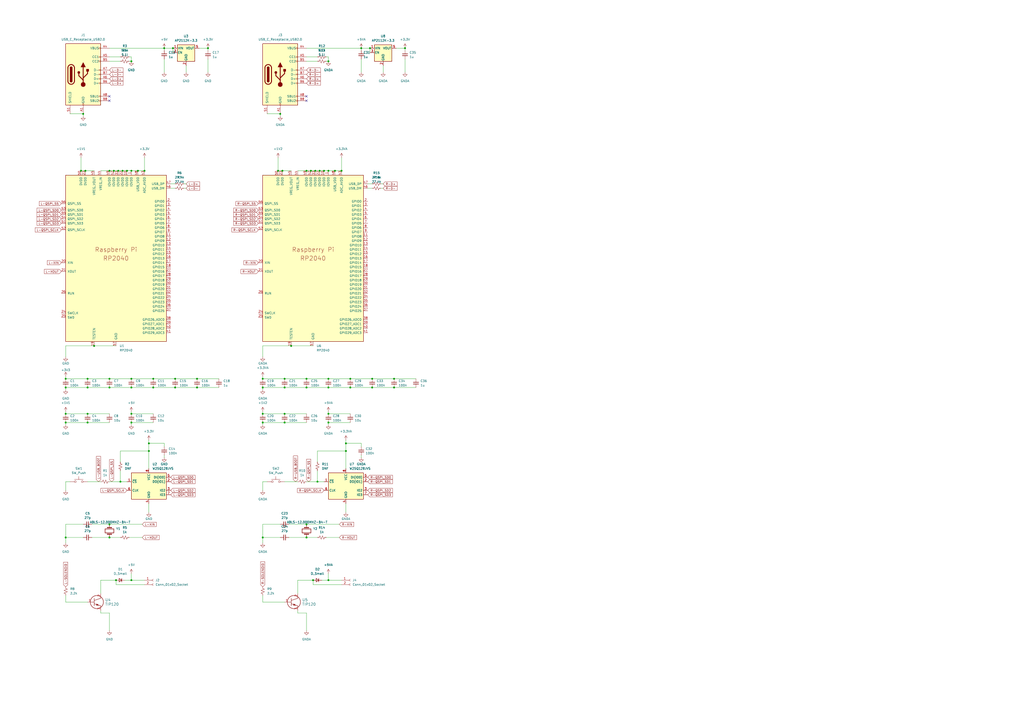
<source format=kicad_sch>
(kicad_sch (version 20230121) (generator eeschema)
  (paper "A2")
  (lib_symbols
    (symbol "+5V_1" (power) (pin_names (offset 0))
      (property "Value" "+5V_1" (at 0 3.556 0))
      (symbol "+5V_1_1_1"
        (pin power_in line (at 0 0 90) (length 0) hide (name "+5V") (number "1"))
      )
    )
    (symbol "Connector:Conn_01x02_Socket" (pin_names (offset 1.016) hide)
      (property "Reference" "J" (at 0 2.54 0))
      (property "Value" "Conn_01x02_Socket" (at 0 -5.08 0))
      (symbol "Conn_01x02_Socket_1_1"
        (pin passive line (at -5.08 0 0) (length 3.81) (name "Pin_1") (number "1"))
        (pin passive line (at -5.08 -2.54 0) (length 3.81) (name "Pin_2") (number "2"))
      )
    )
    (symbol "Connector:USB_C_Receptacle_USB2.0" (pin_names (offset 1.016))
      (property "Reference" "J" (at -10.16 19.05 0))
      (property "Value" "USB_C_Receptacle_USB2.0" (at 19.05 19.05 0))
      (symbol "USB_C_Receptacle_USB2.0_1_1"
        (pin passive line (at 0 -22.86 90) (length 5.08) (name "GND") (number "A1"))
        (pin passive line (at 0 -22.86 90) (length 5.08) hide (name "GND") (number "A12"))
        (pin passive line (at 15.24 15.24 180) (length 5.08) (name "VBUS") (number "A4"))
        (pin bidirectional line (at 15.24 10.16 180) (length 5.08) (name "CC1") (number "A5"))
        (pin bidirectional line (at 15.24 -2.54 180) (length 5.08) (name "D+") (number "A6"))
        (pin bidirectional line (at 15.24 2.54 180) (length 5.08) (name "D-") (number "A7"))
        (pin bidirectional line (at 15.24 -12.7 180) (length 5.08) (name "SBU1") (number "A8"))
        (pin passive line (at 15.24 15.24 180) (length 5.08) hide (name "VBUS") (number "A9"))
        (pin passive line (at 0 -22.86 90) (length 5.08) hide (name "GND") (number "B1"))
        (pin passive line (at 0 -22.86 90) (length 5.08) hide (name "GND") (number "B12"))
        (pin passive line (at 15.24 15.24 180) (length 5.08) hide (name "VBUS") (number "B4"))
        (pin bidirectional line (at 15.24 7.62 180) (length 5.08) (name "CC2") (number "B5"))
        (pin bidirectional line (at 15.24 -5.08 180) (length 5.08) (name "D+") (number "B6"))
        (pin bidirectional line (at 15.24 0 180) (length 5.08) (name "D-") (number "B7"))
        (pin bidirectional line (at 15.24 -15.24 180) (length 5.08) (name "SBU2") (number "B8"))
        (pin passive line (at 15.24 15.24 180) (length 5.08) hide (name "VBUS") (number "B9"))
        (pin passive line (at -7.62 -22.86 90) (length 5.08) (name "SHIELD") (number "S1"))
      )
    )
    (symbol "Device:C_Small" (pin_numbers hide) (pin_names (offset 0.254) hide)
      (property "Reference" "C" (at 0.254 1.778 0))
      (property "Value" "C_Small" (at 0.254 -2.032 0))
      (symbol "C_Small_1_1"
        (pin passive line (at 0 2.54 270) (length 2.032) (name "~") (number "1"))
        (pin passive line (at 0 -2.54 90) (length 2.032) (name "~") (number "2"))
      )
    )
    (symbol "Device:Crystal" (pin_numbers hide) (pin_names (offset 1.016) hide)
      (property "Reference" "Y" (at 0 3.81 0))
      (property "Value" "Crystal" (at 0 -3.81 0))
      (symbol "Crystal_1_1"
        (pin passive line (at -3.81 0 0) (length 1.27) (name "1") (number "1"))
        (pin passive line (at 3.81 0 180) (length 1.27) (name "2") (number "2"))
      )
    )
    (symbol "Device:D_Small" (pin_numbers hide) (pin_names (offset 0.254) hide)
      (property "Reference" "D" (at -1.27 2.032 0))
      (property "Value" "D_Small" (at -3.81 -2.032 0))
      (symbol "D_Small_1_1"
        (pin passive line (at -2.54 0 0) (length 1.778) (name "K") (number "1"))
        (pin passive line (at 2.54 0 180) (length 1.778) (name "A") (number "2"))
      )
    )
    (symbol "Device:R_Small_US" (pin_numbers hide) (pin_names (offset 0.254) hide)
      (property "Reference" "R" (at 0.762 0.508 0))
      (property "Value" "R_Small_US" (at 0.762 -1.016 0))
      (symbol "R_Small_US_1_1"
        (pin passive line (at 0 2.54 270) (length 1.016) (name "~") (number "1"))
        (pin passive line (at 0 -2.54 90) (length 1.016) (name "~") (number "2"))
      )
    )
    (symbol "GND_1" (power) (pin_names (offset 0))
      (property "Value" "GND_1" (at 0 -3.81 0))
      (symbol "GND_1_1_1"
        (pin power_in line (at 0 0 270) (length 0) hide (name "GND") (number "1"))
      )
    )
    (symbol "MCU_RaspberryPi_RP2040:RP2040" (pin_names (offset 1.016))
      (property "Reference" "U" (at -29.21 49.53 0))
      (property "Value" "RP2040" (at 24.13 -49.53 0))
      (symbol "RP2040_0_0"
        (text "Raspberry Pi" (at 0 5.08 0) (effects (font (size 2.54 2.54))))
        (text "RP2040" (at 0 0 0) (effects (font (size 2.54 2.54))))
      )
      (symbol "RP2040_1_1"
        (pin power_in line (at 8.89 50.8 270) (length 2.54) (name "IOVDD") (number "1"))
        (pin power_in line (at 6.35 50.8 270) (length 2.54) (name "IOVDD") (number "10"))
        (pin bidirectional line (at 31.75 12.7 180) (length 2.54) (name "GPIO8") (number "11"))
        (pin bidirectional line (at 31.75 10.16 180) (length 2.54) (name "GPIO9") (number "12"))
        (pin bidirectional line (at 31.75 7.62 180) (length 2.54) (name "GPIO10") (number "13"))
        (pin bidirectional line (at 31.75 5.08 180) (length 2.54) (name "GPIO11") (number "14"))
        (pin bidirectional line (at 31.75 2.54 180) (length 2.54) (name "GPIO12") (number "15"))
        (pin bidirectional line (at 31.75 0 180) (length 2.54) (name "GPIO13") (number "16"))
        (pin bidirectional line (at 31.75 -2.54 180) (length 2.54) (name "GPIO14") (number "17"))
        (pin bidirectional line (at 31.75 -5.08 180) (length 2.54) (name "GPIO15") (number "18"))
        (pin passive line (at -12.7 -50.8 90) (length 2.54) (name "TESTEN") (number "19"))
        (pin bidirectional line (at 31.75 33.02 180) (length 2.54) (name "GPIO0") (number "2"))
        (pin input line (at -31.75 -2.54 0) (length 2.54) (name "XIN") (number "20"))
        (pin passive line (at -31.75 -7.62 0) (length 2.54) (name "XOUT") (number "21"))
        (pin power_in line (at 3.81 50.8 270) (length 2.54) (name "IOVDD") (number "22"))
        (pin power_in line (at -17.78 50.8 270) (length 2.54) (name "DVDD") (number "23"))
        (pin output line (at -31.75 -31.75 0) (length 2.54) (name "SWCLK") (number "24"))
        (pin bidirectional line (at -31.75 -34.29 0) (length 2.54) (name "SWD") (number "25"))
        (pin input line (at -31.75 -20.32 0) (length 2.54) (name "RUN") (number "26"))
        (pin bidirectional line (at 31.75 -7.62 180) (length 2.54) (name "GPIO16") (number "27"))
        (pin bidirectional line (at 31.75 -10.16 180) (length 2.54) (name "GPIO17") (number "28"))
        (pin bidirectional line (at 31.75 -12.7 180) (length 2.54) (name "GPIO18") (number "29"))
        (pin bidirectional line (at 31.75 30.48 180) (length 2.54) (name "GPIO1") (number "3"))
        (pin bidirectional line (at 31.75 -15.24 180) (length 2.54) (name "GPIO19") (number "30"))
        (pin bidirectional line (at 31.75 -17.78 180) (length 2.54) (name "GPIO20") (number "31"))
        (pin bidirectional line (at 31.75 -20.32 180) (length 2.54) (name "GPIO21") (number "32"))
        (pin power_in line (at 1.27 50.8 270) (length 2.54) (name "IOVDD") (number "33"))
        (pin bidirectional line (at 31.75 -22.86 180) (length 2.54) (name "GPIO22") (number "34"))
        (pin bidirectional line (at 31.75 -25.4 180) (length 2.54) (name "GPIO23") (number "35"))
        (pin bidirectional line (at 31.75 -27.94 180) (length 2.54) (name "GPIO24") (number "36"))
        (pin bidirectional line (at 31.75 -30.48 180) (length 2.54) (name "GPIO25") (number "37"))
        (pin bidirectional line (at 31.75 -35.56 180) (length 2.54) (name "GPIO26_ADC0") (number "38"))
        (pin bidirectional line (at 31.75 -38.1 180) (length 2.54) (name "GPIO27_ADC1") (number "39"))
        (pin bidirectional line (at 31.75 27.94 180) (length 2.54) (name "GPIO2") (number "4"))
        (pin bidirectional line (at 31.75 -40.64 180) (length 2.54) (name "GPIO28_ADC2") (number "40"))
        (pin bidirectional line (at 31.75 -43.18 180) (length 2.54) (name "GPIO29_ADC3") (number "41"))
        (pin power_in line (at -1.27 50.8 270) (length 2.54) (name "IOVDD") (number "42"))
        (pin power_in line (at 16.51 50.8 270) (length 2.54) (name "ADC_AVDD") (number "43"))
        (pin power_in line (at -8.89 50.8 270) (length 2.54) (name "VREG_IN") (number "44"))
        (pin power_out line (at -12.7 50.8 270) (length 2.54) (name "VREG_VOUT") (number "45"))
        (pin bidirectional line (at 31.75 40.64 180) (length 2.54) (name "USB_DM") (number "46"))
        (pin bidirectional line (at 31.75 43.18 180) (length 2.54) (name "USB_DP") (number "47"))
        (pin power_in line (at 12.7 50.8 270) (length 2.54) (name "USB_VDD") (number "48"))
        (pin power_in line (at -3.81 50.8 270) (length 2.54) (name "IOVDD") (number "49"))
        (pin bidirectional line (at 31.75 25.4 180) (length 2.54) (name "GPIO3") (number "5"))
        (pin power_in line (at -20.32 50.8 270) (length 2.54) (name "DVDD") (number "50"))
        (pin bidirectional line (at -31.75 20.32 0) (length 2.54) (name "QSPI_SD3") (number "51"))
        (pin output line (at -31.75 16.51 0) (length 2.54) (name "QSPI_SCLK") (number "52"))
        (pin bidirectional line (at -31.75 27.94 0) (length 2.54) (name "QSPI_SD0") (number "53"))
        (pin bidirectional line (at -31.75 22.86 0) (length 2.54) (name "QSPI_SD2") (number "54"))
        (pin bidirectional line (at -31.75 25.4 0) (length 2.54) (name "QSPI_SD1") (number "55"))
        (pin bidirectional line (at -31.75 31.75 0) (length 2.54) (name "QSPI_SS") (number "56"))
        (pin power_in line (at 0 -50.8 90) (length 2.54) (name "GND") (number "57"))
        (pin bidirectional line (at 31.75 22.86 180) (length 2.54) (name "GPIO4") (number "6"))
        (pin bidirectional line (at 31.75 20.32 180) (length 2.54) (name "GPIO5") (number "7"))
        (pin bidirectional line (at 31.75 17.78 180) (length 2.54) (name "GPIO6") (number "8"))
        (pin bidirectional line (at 31.75 15.24 180) (length 2.54) (name "GPIO7") (number "9"))
      )
    )
    (symbol "Memory_Flash:W25Q128JVS"
      (property "Reference" "U" (at -8.89 8.89 0))
      (property "Value" "W25Q128JVS" (at 7.62 8.89 0))
      (symbol "W25Q128JVS_1_1"
        (pin input line (at -12.7 2.54 0) (length 2.54) (name "~{CS}") (number "1"))
        (pin bidirectional line (at 12.7 2.54 180) (length 2.54) (name "DO(IO1)") (number "2"))
        (pin bidirectional line (at 12.7 -2.54 180) (length 2.54) (name "IO2") (number "3"))
        (pin power_in line (at 0 -10.16 90) (length 2.54) (name "GND") (number "4"))
        (pin bidirectional line (at 12.7 5.08 180) (length 2.54) (name "DI(IO0)") (number "5"))
        (pin input line (at -12.7 -2.54 0) (length 2.54) (name "CLK") (number "6"))
        (pin bidirectional line (at 12.7 -5.08 180) (length 2.54) (name "IO3") (number "7"))
        (pin power_in line (at 0 10.16 270) (length 2.54) (name "VCC") (number "8"))
      )
    )
    (symbol "Regulator_Linear:AP2112K-3.3" (pin_names (offset 0.254))
      (property "Reference" "U" (at -5.08 5.715 0))
      (property "Value" "AP2112K-3.3" (at 0 5.715 0))
      (symbol "AP2112K-3.3_1_1"
        (pin power_in line (at -7.62 2.54 0) (length 2.54) (name "VIN") (number "1"))
        (pin power_in line (at 0 -7.62 90) (length 2.54) (name "GND") (number "2"))
        (pin input line (at -7.62 0 0) (length 2.54) (name "EN") (number "3"))
        (pin no_connect line (at 5.08 0 180) (length 2.54) hide (name "NC") (number "4"))
        (pin power_out line (at 7.62 2.54 180) (length 2.54) (name "VOUT") (number "5"))
      )
    )
    (symbol "Switch:SW_Push" (pin_numbers hide) (pin_names (offset 1.016) hide)
      (property "Reference" "SW" (at 1.27 2.54 0))
      (property "Value" "SW_Push" (at 0 -1.524 0))
      (symbol "SW_Push_0_1"
        (pin passive line (at -5.08 0 0) (length 2.54) (name "1") (number "1"))
        (pin passive line (at 5.08 0 180) (length 2.54) (name "2") (number "2"))
      )
    )
    (symbol "TIP120:TIP120" (pin_names (offset 0.254))
      (property "Reference" "U" (at 10.16 2.54 0))
      (property "Value" "TIP120" (at 10.16 -2.54 0))
      (symbol "TIP120_1_1"
        (pin unspecified line (at 0 0 0) (length 2.54) (name "") (number "1"))
        (pin unspecified line (at 7.62 5.08 270) (length 2.54) (name "") (number "2"))
        (pin unspecified line (at 7.62 -5.08 90) (length 2.54) (name "") (number "3"))
      )
    )
    (symbol "power:+1V1" (power) (pin_names (offset 0))
      (property "Value" "+1V1" (at 0 3.556 0))
      (symbol "+1V1_1_1"
        (pin power_in line (at 0 0 90) (length 0) hide (name "+1V1") (number "1"))
      )
    )
    (symbol "power:+1V2" (power) (pin_names (offset 0))
      (property "Value" "+1V2" (at 0 3.556 0))
      (symbol "+1V2_1_1"
        (pin power_in line (at 0 0 90) (length 0) hide (name "+1V2") (number "1"))
      )
    )
    (symbol "power:+3.3V" (power) (pin_names (offset 0))
      (property "Value" "+3.3V" (at 0 3.556 0))
      (symbol "+3.3V_1_1"
        (pin power_in line (at 0 0 90) (length 0) hide (name "+3.3V") (number "1"))
      )
    )
    (symbol "power:+3.3VA" (power) (pin_names (offset 0))
      (property "Value" "+3.3VA" (at 0 3.556 0))
      (symbol "+3.3VA_1_1"
        (pin power_in line (at 0 0 90) (length 0) hide (name "+3.3VA") (number "1"))
      )
    )
    (symbol "power:+3V3" (power) (pin_names (offset 0))
      (property "Value" "+3V3" (at 0 3.556 0))
      (symbol "+3V3_1_1"
        (pin power_in line (at 0 0 90) (length 0) hide (name "+3V3") (number "1"))
      )
    )
    (symbol "power:+5V" (power) (pin_names (offset 0))
      (property "Value" "+5V" (at 0 3.556 0))
      (symbol "+5V_1_1"
        (pin power_in line (at 0 0 90) (length 0) hide (name "+5V") (number "1"))
      )
    )
    (symbol "power:+5VA" (power) (pin_names (offset 0))
      (property "Value" "+5VA" (at 0 3.556 0))
      (symbol "+5VA_1_1"
        (pin power_in line (at 0 0 90) (length 0) hide (name "+5VA") (number "1"))
      )
    )
    (symbol "power:GND" (power) (pin_names (offset 0))
      (property "Value" "GND" (at 0 -3.81 0))
      (symbol "GND_1_1"
        (pin power_in line (at 0 0 270) (length 0) hide (name "GND") (number "1"))
      )
    )
    (symbol "power:GNDA" (power) (pin_names (offset 0))
      (property "Value" "GNDA" (at 0 -3.81 0))
      (symbol "GNDA_1_1"
        (pin power_in line (at 0 0 270) (length 0) hide (name "GNDA") (number "1"))
      )
    )
  )
  (junction (at 66.04 99.06))
  (junction (at 76.2 336.55))
  (junction (at 101.6 224.79))
  (junction (at 184.15 279.4))
  (junction (at 163.83 99.06))
  (junction (at 63.5 224.79))
  (junction (at 88.9 219.71))
  (junction (at 68.58 99.06))
  (junction (at 73.66 99.06))
  (junction (at 63.5 219.71))
  (junction (at 185.42 99.06))
  (junction (at 215.9 224.79))
  (junction (at 63.5 304.165))
  (junction (at 38.1 311.785))
  (junction (at 83.82 99.06))
  (junction (at 177.8 219.71))
  (junction (at 38.1 224.79))
  (junction (at 194.31 99.06))
  (junction (at 76.2 219.71))
  (junction (at 50.8 240.03))
  (junction (at 76.2 240.03))
  (junction (at 49.53 99.06))
  (junction (at 80.01 99.06))
  (junction (at 54.61 200.66))
  (junction (at 165.1 240.03))
  (junction (at 120.65 27.94))
  (junction (at 190.5 35.56))
  (junction (at 177.8 99.06))
  (junction (at 165.1 245.11))
  (junction (at 180.34 99.06))
  (junction (at 38.1 219.71))
  (junction (at 161.29 99.06))
  (junction (at 46.99 99.06))
  (junction (at 63.5 311.785))
  (junction (at 198.12 99.06))
  (junction (at 190.5 224.79))
  (junction (at 190.5 245.11))
  (junction (at 234.95 27.94))
  (junction (at 67.31 336.55))
  (junction (at 101.6 219.71))
  (junction (at 152.4 240.03))
  (junction (at 215.9 219.71))
  (junction (at 50.8 219.71))
  (junction (at 86.36 261.62))
  (junction (at 177.8 304.165))
  (junction (at 187.96 99.06))
  (junction (at 86.36 257.175))
  (junction (at 177.8 311.785))
  (junction (at 114.3 224.79))
  (junction (at 168.91 200.66))
  (junction (at 165.1 224.79))
  (junction (at 162.56 66.04))
  (junction (at 228.6 219.71))
  (junction (at 76.2 245.11))
  (junction (at 182.88 99.06))
  (junction (at 71.12 99.06))
  (junction (at 38.1 240.03))
  (junction (at 76.2 224.79))
  (junction (at 48.26 66.04))
  (junction (at 190.5 240.03))
  (junction (at 214.63 27.94))
  (junction (at 190.5 336.55))
  (junction (at 228.6 224.79))
  (junction (at 203.2 219.71))
  (junction (at 209.55 27.94))
  (junction (at 152.4 224.79))
  (junction (at 76.2 99.06))
  (junction (at 76.2 35.56))
  (junction (at 200.66 261.62))
  (junction (at 181.61 336.55))
  (junction (at 152.4 219.71))
  (junction (at 63.5 99.06))
  (junction (at 190.5 99.06))
  (junction (at 50.8 245.11))
  (junction (at 69.85 279.4))
  (junction (at 152.4 245.11))
  (junction (at 114.3 219.71))
  (junction (at 203.2 224.79))
  (junction (at 190.5 219.71))
  (junction (at 88.9 224.79))
  (junction (at 165.1 219.71))
  (junction (at 200.66 257.175))
  (junction (at 50.8 224.79))
  (junction (at 100.33 27.94))
  (junction (at 152.4 311.785))
  (junction (at 95.25 27.94))
  (junction (at 177.8 224.79))
  (junction (at 38.1 245.11))
  (no_connect (at 63.5 55.88))
  (no_connect (at 63.5 58.42))
  (no_connect (at 177.8 55.88))
  (no_connect (at 177.8 58.42))
  (wire (pts (xy 95.25 27.94) (xy 100.33 27.94)))
  (wire (pts (xy 58.42 354.33) (xy 58.42 355.6)))
  (wire (pts (xy 50.8 219.71) (xy 63.5 219.71)))
  (wire (pts (xy 152.4 207.01) (xy 152.4 200.66)))
  (wire (pts (xy 172.72 355.6) (xy 177.8 355.6)))
  (wire (pts (xy 190.5 336.55) (xy 198.12 336.55)))
  (wire (pts (xy 189.23 33.02) (xy 190.5 33.02)))
  (wire (pts (xy 172.72 344.17) (xy 172.72 336.55)))
  (wire (pts (xy 165.1 219.71) (xy 177.8 219.71)))
  (wire (pts (xy 215.9 224.79) (xy 228.6 224.79)))
  (wire (pts (xy 86.36 261.62) (xy 69.85 261.62)))
  (wire (pts (xy 184.15 279.4) (xy 187.96 279.4)))
  (wire (pts (xy 190.5 332.74) (xy 190.5 336.55)))
  (wire (pts (xy 209.55 27.94) (xy 209.55 29.21)))
  (wire (pts (xy 53.34 304.165) (xy 63.5 304.165)))
  (wire (pts (xy 120.65 27.94) (xy 120.65 29.21)))
  (wire (pts (xy 187.96 99.06) (xy 190.5 99.06)))
  (wire (pts (xy 63.5 219.71) (xy 76.2 219.71)))
  (wire (pts (xy 63.5 99.06) (xy 66.04 99.06)))
  (wire (pts (xy 181.61 339.09) (xy 198.12 339.09)))
  (wire (pts (xy 152.4 311.785) (xy 152.4 314.96)))
  (wire (pts (xy 186.69 336.55) (xy 190.5 336.55)))
  (wire (pts (xy 50.8 279.4) (xy 58.42 279.4)))
  (wire (pts (xy 58.42 99.06) (xy 63.5 99.06)))
  (wire (pts (xy 99.06 106.68) (xy 101.6 106.68)))
  (wire (pts (xy 165.1 279.4) (xy 172.72 279.4)))
  (wire (pts (xy 172.72 99.06) (xy 177.8 99.06)))
  (wire (pts (xy 46.99 99.06) (xy 49.53 99.06)))
  (wire (pts (xy 168.91 200.66) (xy 181.61 200.66)))
  (wire (pts (xy 203.2 224.79) (xy 215.9 224.79)))
  (wire (pts (xy 229.87 27.94) (xy 234.95 27.94)))
  (wire (pts (xy 71.12 99.06) (xy 73.66 99.06)))
  (wire (pts (xy 38.1 345.44) (xy 38.1 349.25)))
  (wire (pts (xy 181.61 336.55) (xy 181.61 339.09)))
  (wire (pts (xy 68.58 99.06) (xy 71.12 99.06)))
  (wire (pts (xy 40.64 279.4) (xy 38.1 279.4)))
  (wire (pts (xy 50.8 349.25) (xy 38.1 349.25)))
  (wire (pts (xy 73.66 99.06) (xy 76.2 99.06)))
  (wire (pts (xy 190.5 99.06) (xy 194.31 99.06)))
  (wire (pts (xy 189.23 311.785) (xy 196.85 311.785)))
  (wire (pts (xy 209.55 259.08) (xy 209.55 257.175)))
  (wire (pts (xy 38.1 224.79) (xy 38.1 226.06)))
  (wire (pts (xy 154.94 279.4) (xy 152.4 279.4)))
  (wire (pts (xy 50.8 224.79) (xy 63.5 224.79)))
  (wire (pts (xy 86.36 255.27) (xy 86.36 257.175)))
  (wire (pts (xy 184.15 273.05) (xy 184.15 279.4)))
  (wire (pts (xy 63.5 27.94) (xy 95.25 27.94)))
  (wire (pts (xy 63.5 33.02) (xy 69.85 33.02)))
  (wire (pts (xy 63.5 224.79) (xy 76.2 224.79)))
  (wire (pts (xy 63.5 311.785) (xy 69.85 311.785)))
  (wire (pts (xy 184.15 261.62) (xy 184.15 267.97)))
  (wire (pts (xy 95.25 259.08) (xy 95.25 257.175)))
  (wire (pts (xy 76.2 99.06) (xy 80.01 99.06)))
  (wire (pts (xy 46.99 91.44) (xy 46.99 99.06)))
  (wire (pts (xy 38.1 311.785) (xy 38.1 314.96)))
  (wire (pts (xy 152.4 345.44) (xy 152.4 349.25)))
  (wire (pts (xy 209.55 27.94) (xy 214.63 27.94)))
  (wire (pts (xy 80.01 99.06) (xy 83.82 99.06)))
  (wire (pts (xy 53.34 311.785) (xy 63.5 311.785)))
  (wire (pts (xy 40.64 66.04) (xy 48.26 66.04)))
  (wire (pts (xy 38.1 240.03) (xy 50.8 240.03)))
  (wire (pts (xy 152.4 200.66) (xy 168.91 200.66)))
  (wire (pts (xy 200.66 292.1) (xy 200.66 297.18)))
  (wire (pts (xy 86.36 261.62) (xy 86.36 271.78)))
  (wire (pts (xy 50.8 240.03) (xy 63.5 240.03)))
  (wire (pts (xy 161.29 91.44) (xy 161.29 99.06)))
  (wire (pts (xy 95.25 264.16) (xy 95.25 265.43)))
  (wire (pts (xy 222.25 38.1) (xy 222.25 41.91)))
  (wire (pts (xy 76.2 332.74) (xy 76.2 336.55)))
  (wire (pts (xy 76.2 224.79) (xy 88.9 224.79)))
  (wire (pts (xy 172.72 354.33) (xy 172.72 355.6)))
  (wire (pts (xy 69.85 279.4) (xy 73.66 279.4)))
  (wire (pts (xy 50.8 245.11) (xy 63.5 245.11)))
  (wire (pts (xy 76.2 336.55) (xy 83.82 336.55)))
  (wire (pts (xy 177.8 35.56) (xy 184.15 35.56)))
  (wire (pts (xy 76.2 33.02) (xy 76.2 35.56)))
  (wire (pts (xy 101.6 219.71) (xy 114.3 219.71)))
  (wire (pts (xy 177.8 99.06) (xy 180.34 99.06)))
  (wire (pts (xy 115.57 27.94) (xy 120.65 27.94)))
  (wire (pts (xy 69.85 273.05) (xy 69.85 279.4)))
  (wire (pts (xy 177.8 219.71) (xy 190.5 219.71)))
  (wire (pts (xy 190.5 240.03) (xy 203.2 240.03)))
  (wire (pts (xy 152.4 224.79) (xy 152.4 226.06)))
  (wire (pts (xy 177.8 224.79) (xy 190.5 224.79)))
  (wire (pts (xy 38.1 219.71) (xy 50.8 219.71)))
  (wire (pts (xy 76.2 238.76) (xy 76.2 240.03)))
  (wire (pts (xy 88.9 219.71) (xy 101.6 219.71)))
  (wire (pts (xy 213.36 109.22) (xy 215.9 109.22)))
  (wire (pts (xy 200.66 261.62) (xy 184.15 261.62)))
  (wire (pts (xy 74.93 311.785) (xy 82.55 311.785)))
  (wire (pts (xy 107.95 38.1) (xy 107.95 41.91)))
  (wire (pts (xy 66.04 99.06) (xy 68.58 99.06)))
  (wire (pts (xy 152.4 279.4) (xy 152.4 284.48)))
  (wire (pts (xy 38.1 245.11) (xy 38.1 246.38)))
  (wire (pts (xy 209.55 257.175) (xy 200.66 257.175)))
  (wire (pts (xy 152.4 245.11) (xy 165.1 245.11)))
  (wire (pts (xy 72.39 336.55) (xy 76.2 336.55)))
  (wire (pts (xy 58.42 355.6) (xy 63.5 355.6)))
  (wire (pts (xy 220.98 109.22) (xy 222.25 109.22)))
  (wire (pts (xy 38.1 279.4) (xy 38.1 284.48)))
  (wire (pts (xy 67.31 339.09) (xy 83.82 339.09)))
  (wire (pts (xy 177.8 27.94) (xy 209.55 27.94)))
  (wire (pts (xy 95.25 34.29) (xy 95.25 41.91)))
  (wire (pts (xy 63.5 304.165) (xy 82.55 304.165)))
  (wire (pts (xy 63.5 355.6) (xy 63.5 365.76)))
  (wire (pts (xy 58.42 344.17) (xy 58.42 336.55)))
  (wire (pts (xy 114.3 219.71) (xy 127 219.71)))
  (wire (pts (xy 220.98 106.68) (xy 222.25 106.68)))
  (wire (pts (xy 100.33 27.94) (xy 100.33 30.48)))
  (wire (pts (xy 76.2 240.03) (xy 88.9 240.03)))
  (wire (pts (xy 200.66 257.175) (xy 200.66 261.62)))
  (wire (pts (xy 152.4 218.44) (xy 152.4 219.71)))
  (wire (pts (xy 38.1 245.11) (xy 50.8 245.11)))
  (wire (pts (xy 177.8 355.6) (xy 177.8 365.76)))
  (wire (pts (xy 38.1 238.76) (xy 38.1 240.03)))
  (wire (pts (xy 162.56 66.04) (xy 162.56 67.31)))
  (wire (pts (xy 213.36 106.68) (xy 215.9 106.68)))
  (wire (pts (xy 203.2 219.71) (xy 215.9 219.71)))
  (wire (pts (xy 38.1 207.01) (xy 38.1 200.66)))
  (wire (pts (xy 180.34 99.06) (xy 182.88 99.06)))
  (wire (pts (xy 120.65 34.29) (xy 120.65 41.91)))
  (wire (pts (xy 38.1 304.165) (xy 48.26 304.165)))
  (wire (pts (xy 86.36 292.1) (xy 86.36 297.18)))
  (wire (pts (xy 152.4 245.11) (xy 152.4 246.38)))
  (wire (pts (xy 163.83 99.06) (xy 168.91 99.06)))
  (wire (pts (xy 154.94 66.04) (xy 162.56 66.04)))
  (wire (pts (xy 200.66 261.62) (xy 200.66 271.78)))
  (wire (pts (xy 177.8 279.4) (xy 184.15 279.4)))
  (wire (pts (xy 182.88 99.06) (xy 185.42 99.06)))
  (wire (pts (xy 38.1 224.79) (xy 50.8 224.79)))
  (wire (pts (xy 194.31 99.06) (xy 198.12 99.06)))
  (wire (pts (xy 76.2 219.71) (xy 88.9 219.71)))
  (wire (pts (xy 48.26 311.785) (xy 38.1 311.785)))
  (wire (pts (xy 54.61 200.66) (xy 67.31 200.66)))
  (wire (pts (xy 167.64 304.165) (xy 177.8 304.165)))
  (wire (pts (xy 38.1 200.66) (xy 54.61 200.66)))
  (wire (pts (xy 76.2 245.11) (xy 76.2 246.38)))
  (wire (pts (xy 200.66 255.27) (xy 200.66 257.175)))
  (wire (pts (xy 63.5 35.56) (xy 69.85 35.56)))
  (wire (pts (xy 101.6 224.79) (xy 114.3 224.79)))
  (wire (pts (xy 234.95 34.29) (xy 234.95 41.91)))
  (wire (pts (xy 86.36 257.175) (xy 86.36 261.62)))
  (wire (pts (xy 152.4 219.71) (xy 165.1 219.71)))
  (wire (pts (xy 106.68 109.22) (xy 107.95 109.22)))
  (wire (pts (xy 152.4 224.79) (xy 165.1 224.79)))
  (wire (pts (xy 95.25 27.94) (xy 95.25 29.21)))
  (wire (pts (xy 63.5 279.4) (xy 69.85 279.4)))
  (wire (pts (xy 172.72 336.55) (xy 181.61 336.55)))
  (wire (pts (xy 48.26 66.04) (xy 48.26 67.31)))
  (wire (pts (xy 190.5 224.79) (xy 203.2 224.79)))
  (wire (pts (xy 185.42 99.06) (xy 187.96 99.06)))
  (wire (pts (xy 228.6 219.71) (xy 241.3 219.71)))
  (wire (pts (xy 190.5 219.71) (xy 203.2 219.71)))
  (wire (pts (xy 49.53 99.06) (xy 54.61 99.06)))
  (wire (pts (xy 177.8 304.165) (xy 196.85 304.165)))
  (wire (pts (xy 152.4 240.03) (xy 165.1 240.03)))
  (wire (pts (xy 234.95 27.94) (xy 234.95 29.21)))
  (wire (pts (xy 214.63 27.94) (xy 214.63 30.48)))
  (wire (pts (xy 74.93 35.56) (xy 76.2 35.56)))
  (wire (pts (xy 67.31 336.55) (xy 67.31 339.09)))
  (wire (pts (xy 162.56 311.785) (xy 152.4 311.785)))
  (wire (pts (xy 190.5 33.02) (xy 190.5 35.56)))
  (wire (pts (xy 88.9 224.79) (xy 101.6 224.79)))
  (wire (pts (xy 190.5 245.11) (xy 203.2 245.11)))
  (wire (pts (xy 106.68 106.68) (xy 107.95 106.68)))
  (wire (pts (xy 152.4 311.785) (xy 152.4 304.165)))
  (wire (pts (xy 190.5 245.11) (xy 190.5 246.38)))
  (wire (pts (xy 167.64 311.785) (xy 177.8 311.785)))
  (wire (pts (xy 165.1 245.11) (xy 177.8 245.11)))
  (wire (pts (xy 38.1 311.785) (xy 38.1 304.165)))
  (wire (pts (xy 198.12 91.44) (xy 198.12 99.06)))
  (wire (pts (xy 152.4 238.76) (xy 152.4 240.03)))
  (wire (pts (xy 209.55 264.16) (xy 209.55 265.43)))
  (wire (pts (xy 165.1 240.03) (xy 177.8 240.03)))
  (wire (pts (xy 177.8 33.02) (xy 184.15 33.02)))
  (wire (pts (xy 165.1 349.25) (xy 152.4 349.25)))
  (wire (pts (xy 38.1 218.44) (xy 38.1 219.71)))
  (wire (pts (xy 99.06 109.22) (xy 101.6 109.22)))
  (wire (pts (xy 189.23 35.56) (xy 190.5 35.56)))
  (wire (pts (xy 215.9 219.71) (xy 228.6 219.71)))
  (wire (pts (xy 152.4 304.165) (xy 162.56 304.165)))
  (wire (pts (xy 76.2 245.11) (xy 88.9 245.11)))
  (wire (pts (xy 209.55 34.29) (xy 209.55 41.91)))
  (wire (pts (xy 165.1 224.79) (xy 177.8 224.79)))
  (wire (pts (xy 69.85 261.62) (xy 69.85 267.97)))
  (wire (pts (xy 58.42 336.55) (xy 67.31 336.55)))
  (wire (pts (xy 190.5 238.76) (xy 190.5 240.03)))
  (wire (pts (xy 161.29 99.06) (xy 163.83 99.06)))
  (wire (pts (xy 177.8 311.785) (xy 184.15 311.785)))
  (wire (pts (xy 95.25 257.175) (xy 86.36 257.175)))
  (wire (pts (xy 228.6 224.79) (xy 241.3 224.79)))
  (wire (pts (xy 83.82 91.44) (xy 83.82 99.06)))
  (wire (pts (xy 114.3 224.79) (xy 127 224.79)))
  (wire (pts (xy 74.93 33.02) (xy 76.2 33.02)))
  (global_label "L-QSPI_SD0" (shape input) (at 35.56 121.92 180) (property "Intersheetrefs" "${INTERSHEET_REFS}" (effects hide)))
  (global_label "R-QSPI_SD1" (shape input) (at 213.36 279.4 0) (property "Intersheetrefs" "${INTERSHEET_REFS}" (effects hide)))
  (global_label "R-D+" (shape input) (at 177.8 45.72 0) (property "Intersheetrefs" "${INTERSHEET_REFS}" (effects hide)))
  (global_label "L-D+" (shape input) (at 107.95 106.68 0) (property "Intersheetrefs" "${INTERSHEET_REFS}" (effects hide)))
  (global_label "L-SOLENOID" (shape input) (at 38.1 340.36 90) (property "Intersheetrefs" "${INTERSHEET_REFS}" (effects hide)))
  (global_label "R-USB_BOOT" (shape input) (at 171.45 279.4 90) (property "Intersheetrefs" "${INTERSHEET_REFS}" (effects hide)))
  (global_label "R-QSPI_SD3" (shape input) (at 213.36 287.02 0) (property "Intersheetrefs" "${INTERSHEET_REFS}" (effects hide)))
  (global_label "L-XIN" (shape input) (at 35.56 152.4 180) (property "Intersheetrefs" "${INTERSHEET_REFS}" (effects hide)))
  (global_label "L-QSPI_SD3" (shape input) (at 99.06 287.02 0) (property "Intersheetrefs" "${INTERSHEET_REFS}" (effects hide)))
  (global_label "R-XIN" (shape input) (at 196.85 304.165 0) (property "Intersheetrefs" "${INTERSHEET_REFS}" (effects hide)))
  (global_label "R-D+" (shape input) (at 222.25 106.68 0) (property "Intersheetrefs" "${INTERSHEET_REFS}" (effects hide)))
  (global_label "R-QSPI_SD2" (shape input) (at 149.86 127 180) (property "Intersheetrefs" "${INTERSHEET_REFS}" (effects hide)))
  (global_label "L-XOUT" (shape input) (at 35.56 157.48 180) (property "Intersheetrefs" "${INTERSHEET_REFS}" (effects hide)))
  (global_label "R-XIN" (shape input) (at 149.86 152.3999 180) (property "Intersheetrefs" "${INTERSHEET_REFS}" (effects hide)))
  (global_label "R-QSPI_SCLK" (shape input) (at 149.86 133.35 180) (property "Intersheetrefs" "${INTERSHEET_REFS}" (effects hide)))
  (global_label "R-QSPI_SCLK" (shape input) (at 187.96 284.48 180) (property "Intersheetrefs" "${INTERSHEET_REFS}" (effects hide)))
  (global_label "L-QSPI_SS" (shape input) (at 64.77 279.4 90) (property "Intersheetrefs" "${INTERSHEET_REFS}" (effects hide)))
  (global_label "R-QSPI_SD0" (shape input) (at 149.86 121.92 180) (property "Intersheetrefs" "${INTERSHEET_REFS}" (effects hide)))
  (global_label "L-USB_BOOT" (shape input) (at 57.15 279.4 90) (property "Intersheetrefs" "${INTERSHEET_REFS}" (effects hide)))
  (global_label "R-QSPI_SS" (shape input) (at 149.86 118.11 180) (property "Intersheetrefs" "${INTERSHEET_REFS}" (effects hide)))
  (global_label "R-XOUT" (shape input) (at 196.85 311.785 0) (property "Intersheetrefs" "${INTERSHEET_REFS}" (effects hide)))
  (global_label "R-D-" (shape input) (at 177.8 43.18 0) (property "Intersheetrefs" "${INTERSHEET_REFS}" (effects hide)))
  (global_label "L-QSPI_SCLK" (shape input) (at 73.66 284.48 180) (property "Intersheetrefs" "${INTERSHEET_REFS}" (effects hide)))
  (global_label "R-QSPI_SS" (shape input) (at 179.07 279.4 90) (property "Intersheetrefs" "${INTERSHEET_REFS}" (effects hide)))
  (global_label "L-QSPI_SD3" (shape input) (at 35.56 129.54 180) (property "Intersheetrefs" "${INTERSHEET_REFS}" (effects hide)))
  (global_label "R-SOLENOID" (shape input) (at 152.4 340.36 90) (property "Intersheetrefs" "${INTERSHEET_REFS}" (effects hide)))
  (global_label "L-QSPI_SD2" (shape input) (at 99.06 284.48 0) (property "Intersheetrefs" "${INTERSHEET_REFS}" (effects hide)))
  (global_label "R-D-" (shape input) (at 177.8 40.64 0) (property "Intersheetrefs" "${INTERSHEET_REFS}" (effects hide)))
  (global_label "L-QSPI_SD1" (shape input) (at 99.06 279.4 0) (property "Intersheetrefs" "${INTERSHEET_REFS}" (effects hide)))
  (global_label "L-XOUT" (shape input) (at 82.55 311.785 0) (property "Intersheetrefs" "${INTERSHEET_REFS}" (effects hide)))
  (global_label "L-XIN" (shape input) (at 82.55 304.165 0) (property "Intersheetrefs" "${INTERSHEET_REFS}" (effects hide)))
  (global_label "L-D+" (shape input) (at 63.5 48.26 0) (property "Intersheetrefs" "${INTERSHEET_REFS}" (effects hide)))
  (global_label "L-D-" (shape input) (at 63.5 43.18 0) (property "Intersheetrefs" "${INTERSHEET_REFS}" (effects hide)))
  (global_label "L-D-" (shape input) (at 63.5 40.64 0) (property "Intersheetrefs" "${INTERSHEET_REFS}" (effects hide)))
  (global_label "L-QSPI_SS" (shape input) (at 35.56 118.11 180) (property "Intersheetrefs" "${INTERSHEET_REFS}" (effects hide)))
  (global_label "R-QSPI_SD0" (shape input) (at 213.36 276.86 0) (property "Intersheetrefs" "${INTERSHEET_REFS}" (effects hide)))
  (global_label "R-XOUT" (shape input) (at 149.86 157.4799 180) (property "Intersheetrefs" "${INTERSHEET_REFS}" (effects hide)))
  (global_label "L-QSPI_SD2" (shape input) (at 35.56 127 180) (property "Intersheetrefs" "${INTERSHEET_REFS}" (effects hide)))
  (global_label "R-QSPI_SD3" (shape input) (at 149.86 129.54 180) (property "Intersheetrefs" "${INTERSHEET_REFS}" (effects hide)))
  (global_label "R-D+" (shape input) (at 177.8 48.26 0) (property "Intersheetrefs" "${INTERSHEET_REFS}" (effects hide)))
  (global_label "L-QSPI_SCLK" (shape input) (at 35.56 133.35 180) (property "Intersheetrefs" "${INTERSHEET_REFS}" (effects hide)))
  (global_label "L-D+" (shape input) (at 63.5 45.72 0) (property "Intersheetrefs" "${INTERSHEET_REFS}" (effects hide)))
  (global_label "R-QSPI_SD1" (shape input) (at 149.86 124.46 180) (property "Intersheetrefs" "${INTERSHEET_REFS}" (effects hide)))
  (global_label "L-QSPI_SD0" (shape input) (at 99.06 276.86 0) (property "Intersheetrefs" "${INTERSHEET_REFS}" (effects hide)))
  (global_label "L-D-" (shape input) (at 107.95 109.22 0) (property "Intersheetrefs" "${INTERSHEET_REFS}" (effects hide)))
  (global_label "R-QSPI_SD2" (shape input) (at 213.36 284.48 0) (property "Intersheetrefs" "${INTERSHEET_REFS}" (effects hide)))
  (global_label "L-QSPI_SD1" (shape input) (at 35.56 124.46 180) (property "Intersheetrefs" "${INTERSHEET_REFS}" (effects hide)))
  (global_label "R-D-" (shape input) (at 222.25 109.22 0) (property "Intersheetrefs" "${INTERSHEET_REFS}" (effects hide)))
  (symbol (lib_id "power:+5VA") (at 190.5 332.74 0) (unit 1)
    (property "Reference" "#PWR037" (effects hide))
    (property "Value" "+5VA" (at 190.5 327.66 0))
  )
  (symbol (lib_id "Device:C_Small") (at 165.1 242.57 0) (unit 1)
    (property "Reference" "C22" (at 167.64 241.3062 0) (effects (justify left)))
    (property "Value" "100n" (at 167.64 243.8462 0) (effects (justify left)))
  )
  (symbol (lib_id "Device:R_Small_US") (at 218.44 109.22 90) (unit 1)
    (property "Reference" "R16" (at 218.44 102.87 90))
    (property "Value" "27.4k" (at 218.44 105.41 90))
  )
  (symbol (lib_id "Device:C_Small") (at 38.1 242.57 0) (unit 1)
    (property "Reference" "C2" (at 40.64 241.3062 0) (effects (justify left)))
    (property "Value" "100n" (at 40.64 243.8462 0) (effects (justify left)))
  )
  (symbol (lib_id "Device:D_Small") (at 184.15 336.55 180) (unit 1)
    (property "Reference" "D2" (at 184.15 330.2 0))
    (property "Value" "D_Small" (at 184.15 332.74 0))
    (property "Sim.Device" "D" (effects hide))
    (property "Sim.Pins" "1=K 2=A" (effects hide))
  )
  (symbol (lib_id "power:+3.3VA") (at 198.12 91.44 0) (unit 1)
    (property "Reference" "#PWR038" (effects hide))
    (property "Value" "+3.3VA" (at 198.12 86.36 0))
  )
  (symbol (lib_id "Device:C_Small") (at 177.8 242.57 0) (unit 1)
    (property "Reference" "C26" (at 180.34 241.3062 0) (effects (justify left)))
    (property "Value" "10u" (at 180.34 243.8462 0) (effects (justify left)))
  )
  (symbol (lib_id "power:GND") (at 107.95 41.91 0) (unit 1)
    (property "Reference" "#PWR019" (effects hide))
    (property "Value" "GND" (at 107.95 46.99 0))
  )
  (symbol (lib_id "power:GNDA") (at 152.4 226.06 0) (unit 1)
    (property "Reference" "#PWR026" (effects hide))
    (property "Value" "GNDA" (at 152.4 231.14 0))
  )
  (symbol (lib_id "power:GND") (at 38.1 314.96 0) (unit 1)
    (property "Reference" "#PWR07" (effects hide))
    (property "Value" "GND" (at 38.1 320.04 0))
  )
  (symbol (lib_id "power:GND") (at 38.1 207.01 0) (unit 1)
    (property "Reference" "#PWR01" (effects hide))
    (property "Value" "GND" (at 38.1 210.82 0))
  )
  (symbol (lib_id "power:GNDA") (at 152.4 314.96 0) (unit 1)
    (property "Reference" "#PWR030" (effects hide))
    (property "Value" "GNDA" (at 152.4 320.04 0))
  )
  (symbol (lib_id "Device:C_Small") (at 76.2 222.25 0) (unit 1)
    (property "Reference" "C9" (at 78.74 220.9862 0) (effects (justify left)))
    (property "Value" "100n" (at 78.74 223.5262 0) (effects (justify left)))
  )
  (symbol (lib_id "Device:C_Small") (at 63.5 242.57 0) (unit 1)
    (property "Reference" "C8" (at 66.04 241.3062 0) (effects (justify left)))
    (property "Value" "10u" (at 66.04 243.8462 0) (effects (justify left)))
  )
  (symbol (lib_id "Device:R_Small_US") (at 69.85 270.51 0) (unit 1)
    (property "Reference" "R2" (at 72.39 269.2399 0) (effects (justify left)))
    (property "Value" "DNF" (at 72.39 271.7799 0) (effects (justify left)))
  )
  (symbol (lib_id "Device:C_Small") (at 50.8 304.165 90) (unit 1)
    (property "Reference" "C5" (at 50.8063 297.815 90))
    (property "Value" "27p" (at 50.8063 300.355 90))
  )
  (symbol (lib_id "Device:C_Small") (at 165.1 222.25 0) (unit 1)
    (property "Reference" "C21" (at 167.64 220.9862 0) (effects (justify left)))
    (property "Value" "100n" (at 167.64 223.5262 0) (effects (justify left)))
  )
  (symbol (lib_id "Switch:SW_Push") (at 160.02 279.4 0) (unit 1)
    (property "Reference" "SW2" (at 160.02 271.78 0))
    (property "Value" "SW_Push" (at 160.02 274.32 0))
  )
  (symbol (lib_id "power:GND") (at 48.26 67.31 0) (unit 1)
    (property "Reference" "#PWR09" (effects hide))
    (property "Value" "GND" (at 48.26 72.39 0))
  )
  (symbol (lib_id "power:GND") (at 38.1 226.06 0) (unit 1)
    (property "Reference" "#PWR03" (effects hide))
    (property "Value" "GND" (at 38.1 231.14 0))
  )
  (symbol (lib_id "power:+1V1") (at 46.99 91.44 0) (unit 1)
    (property "Reference" "#PWR08" (effects hide))
    (property "Value" "+1V1" (at 46.99 86.36 0))
  )
  (symbol (lib_id "Device:C_Small") (at 88.9 222.25 0) (unit 1)
    (property "Reference" "C11" (at 91.44 220.9862 0) (effects (justify left)))
    (property "Value" "100n" (at 91.44 223.5262 0) (effects (justify left)))
  )
  (symbol (lib_id "power:+3.3V") (at 120.65 27.94 0) (unit 1)
    (property "Reference" "#PWR020" (effects hide))
    (property "Value" "+3.3V" (at 120.65 22.86 0))
  )
  (symbol (lib_id "power:+5V") (at 76.2 238.76 0) (unit 1)
    (property "Reference" "#PWR011" (effects hide))
    (property "Value" "+5V" (at 76.2 233.68 0))
  )
  (symbol (lib_id "Device:R_Small_US") (at 104.14 109.22 90) (unit 1)
    (property "Reference" "R7" (at 104.14 102.87 90))
    (property "Value" "27.4k" (at 104.14 105.41 90))
  )
  (symbol (lib_id "power:+1V1") (at 38.1 238.76 0) (unit 1)
    (property "Reference" "#PWR04" (effects hide))
    (property "Value" "+1V1" (at 38.1 233.68 0))
  )
  (symbol (lib_id "Device:C_Small") (at 38.1 222.25 0) (unit 1)
    (property "Reference" "C1" (at 40.64 220.9862 0) (effects (justify left)))
    (property "Value" "100n" (at 40.64 223.5262 0) (effects (justify left)))
  )
  (symbol (lib_id "Device:C_Small") (at 203.2 242.57 0) (unit 1)
    (property "Reference" "C30" (at 205.74 241.3062 0) (effects (justify left)))
    (property "Value" "10u" (at 205.74 243.8462 0) (effects (justify left)))
  )
  (symbol (lib_id "power:GNDA") (at 190.5 35.56 0) (unit 1)
    (property "Reference" "#PWR034" (effects hide))
    (property "Value" "GNDA" (at 190.5 40.64 0))
  )
  (symbol (lib_id "power:GND") (at 38.1 284.48 0) (unit 1)
    (property "Reference" "#PWR06" (effects hide))
    (property "Value" "GND" (at 38.1 289.56 0))
  )
  (symbol (lib_id "Device:R_Small_US") (at 60.96 279.4 90) (unit 1)
    (property "Reference" "R1" (at 60.96 273.05 90))
    (property "Value" "1k" (at 60.96 275.59 90))
  )
  (symbol (lib_id "Device:C_Small") (at 50.8 242.57 0) (unit 1)
    (property "Reference" "C4" (at 53.34 241.3062 0) (effects (justify left)))
    (property "Value" "100n" (at 53.34 243.8462 0) (effects (justify left)))
  )
  (symbol (lib_id "Device:C_Small") (at 127 222.25 0) (unit 1)
    (property "Reference" "C18" (at 129.54 220.9862 0) (effects (justify left)))
    (property "Value" "1u" (at 129.54 223.5262 0) (effects (justify left)))
  )
  (symbol (lib_id "power:GNDA") (at 162.56 67.31 0) (unit 1)
    (property "Reference" "#PWR047" (effects hide))
    (property "Value" "GNDA" (at 162.56 72.39 0))
  )
  (symbol (lib_id "Device:C_Small") (at 95.25 31.75 0) (unit 1)
    (property "Reference" "C13" (at 97.79 30.4862 0) (effects (justify left)))
    (property "Value" "1u" (at 97.79 33.0262 0) (effects (justify left)))
  )
  (symbol (lib_id "Device:C_Small") (at 114.3 222.25 0) (unit 1)
    (property "Reference" "C16" (at 116.84 220.9862 0) (effects (justify left)))
    (property "Value" "100n" (at 116.84 223.5262 0) (effects (justify left)))
  )
  (symbol (lib_id "power:GNDA") (at 152.4 246.38 0) (unit 1)
    (property "Reference" "#PWR028" (effects hide))
    (property "Value" "GNDA" (at 152.4 251.46 0))
  )
  (symbol (lib_id "Device:C_Small") (at 203.2 222.25 0) (unit 1)
    (property "Reference" "C29" (at 205.74 220.9862 0) (effects (justify left)))
    (property "Value" "100n" (at 205.74 223.5262 0) (effects (justify left)))
  )
  (symbol (lib_id "power:+5VA") (at 190.5 238.76 0) (unit 1)
    (property "Reference" "#PWR035" (effects hide))
    (property "Value" "+5VA" (at 190.5 233.68 0))
  )
  (symbol (lib_id "power:GND") (at 95.25 265.43 0) (unit 1)
    (property "Reference" "#PWR018" (effects hide))
    (property "Value" "GND" (at 95.25 269.24 0))
  )
  (symbol (lib_id "Device:R_Small_US") (at 72.39 311.785 90) (unit 1)
    (property "Reference" "R5" (at 72.39 306.07 90))
    (property "Value" "1k" (at 72.39 308.61 90))
  )
  (symbol (lib_id "Device:C_Small") (at 152.4 222.25 0) (unit 1)
    (property "Reference" "C19" (at 154.94 220.9862 0) (effects (justify left)))
    (property "Value" "100n" (at 154.94 223.5262 0) (effects (justify left)))
  )
  (symbol (lib_id "Connector:Conn_01x02_Socket") (at 203.2 336.55 0) (unit 1)
    (property "Reference" "J4" (at 204.47 336.55 0) (effects (justify left)))
    (property "Value" "Conn_01x02_Socket" (at 204.47 339.09 0) (effects (justify left)))
  )
  (symbol (lib_id "Device:D_Small") (at 69.85 336.55 180) (unit 1)
    (property "Reference" "D1" (at 69.85 330.2 0))
    (property "Value" "D_Small" (at 69.85 332.74 0))
    (property "Sim.Device" "D" (effects hide))
    (property "Sim.Pins" "1=K 2=A" (effects hide))
  )
  (symbol (lib_id "power:+3.3V") (at 83.82 91.44 0) (unit 1)
    (property "Reference" "#PWR013" (effects hide))
    (property "Value" "+3.3V" (at 83.82 86.36 0))
  )
  (symbol (lib_id "Device:C_Small") (at 215.9 222.25 0) (unit 1)
    (property "Reference" "C33" (at 218.44 220.9862 0) (effects (justify left)))
    (property "Value" "100n" (at 218.44 223.5262 0) (effects (justify left)))
  )
  (symbol (lib_id "Device:C_Small") (at 177.8 222.25 0) (unit 1)
    (property "Reference" "C25" (at 180.34 220.9862 0) (effects (justify left)))
    (property "Value" "100n" (at 180.34 223.5262 0) (effects (justify left)))
  )
  (symbol (lib_id "Memory_Flash:W25Q128JVS") (at 86.36 281.94 0) (unit 1)
    (property "Reference" "U2" (at 88.3794 269.24 0) (effects (justify left)))
    (property "Value" "W25Q128JVS" (at 88.3794 271.78 0) (effects (justify left)))
    (property "Footprint" "Package_SO:SOIC-8_5.23x5.23mm_P1.27mm" (effects hide))
    (property "Datasheet" "http://www.winbond.com/resource-files/w25q128jv_dtr%20revc%2003272018%20plus.pdf" (effects hide))
  )
  (symbol (lib_id "Device:C_Small") (at 120.65 31.75 0) (unit 1)
    (property "Reference" "C17" (at 123.19 30.4862 0) (effects (justify left)))
    (property "Value" "1u" (at 123.19 33.0262 0) (effects (justify left)))
  )
  (symbol (lib_id "power:GND") (at 76.2 246.38 0) (unit 1)
    (property "Reference" "#PWR012" (effects hide))
    (property "Value" "GND" (at 76.2 251.46 0))
  )
  (symbol (lib_id "Device:C_Small") (at 152.4 242.57 0) (unit 1)
    (property "Reference" "C20" (at 154.94 241.3062 0) (effects (justify left)))
    (property "Value" "100n" (at 154.94 243.8462 0) (effects (justify left)))
  )
  (symbol (lib_id "MCU_RaspberryPi_RP2040:RP2040") (at 181.61 149.86 0) (unit 1)
    (property "Reference" "U6" (at 183.6294 200.66 0) (effects (justify left)))
    (property "Value" "RP2040" (at 183.6294 203.2 0) (effects (justify left)))
    (property "Footprint" "RP2040_minimal:RP2040-QFN-56" (effects hide))
  )
  (symbol (lib_id "Device:C_Small") (at 76.2 242.57 0) (unit 1)
    (property "Reference" "C10" (at 78.74 241.3062 0) (effects (justify left)))
    (property "Value" "100n" (at 78.74 243.8462 0) (effects (justify left)))
  )
  (symbol (lib_id "Device:R_Small_US") (at 186.69 33.02 90) (unit 1)
    (property "Reference" "R12" (at 186.69 26.67 90))
    (property "Value" "5.1k" (at 186.69 29.21 90))
  )
  (symbol (lib_id "Memory_Flash:W25Q128JVS") (at 200.66 281.94 0) (unit 1)
    (property "Reference" "U7" (at 202.6794 269.24 0) (effects (justify left)))
    (property "Value" "W25Q128JVS" (at 202.6794 271.78 0) (effects (justify left)))
    (property "Footprint" "Package_SO:SOIC-8_5.23x5.23mm_P1.27mm" (effects hide))
    (property "Datasheet" "http://www.winbond.com/resource-files/w25q128jv_dtr%20revc%2003272018%20plus.pdf" (effects hide))
  )
  (symbol (lib_id "Device:C_Small") (at 209.55 31.75 0) (unit 1)
    (property "Reference" "C31" (at 210.82 30.48 0) (effects (justify left)))
    (property "Value" "1u" (at 210.82 33.02 0) (effects (justify left)))
  )
  (symbol (lib_id "TIP120:TIP120") (at 165.1 349.25 0) (unit 1)
    (property "Reference" "U5" (at 175.26 347.98 0) (effects (font (size 1.524 1.524)) (justify left)))
    (property "Value" "TIP120" (at 175.26 350.52 0) (effects (font (size 1.524 1.524)) (justify left)))
    (property "Footprint" "TO-220_STM" (effects hide))
    (property "Datasheet" "TIP120" (effects hide))
  )
  (symbol (lib_id "Device:R_Small_US") (at 218.44 106.68 90) (unit 1)
    (property "Reference" "R15" (at 218.44 100.33 90))
    (property "Value" "27.4k" (at 218.44 102.87 90))
  )
  (symbol (lib_id "Device:C_Small") (at 63.5 222.25 0) (unit 1)
    (property "Reference" "C7" (at 66.04 220.9862 0) (effects (justify left)))
    (property "Value" "100n" (at 66.04 223.5262 0) (effects (justify left)))
  )
  (symbol (lib_id "Device:C_Small") (at 190.5 222.25 0) (unit 1)
    (property "Reference" "C27" (at 193.04 220.9862 0) (effects (justify left)))
    (property "Value" "100n" (at 193.04 223.5262 0) (effects (justify left)))
  )
  (symbol (lib_id "power:GNDA") (at 234.95 41.91 0) (unit 1)
    (property "Reference" "#PWR044" (effects hide))
    (property "Value" "GNDA" (at 234.95 46.99 0))
  )
  (symbol (lib_id "Device:C_Small") (at 50.8 311.785 90) (unit 1)
    (property "Reference" "C6" (at 50.8063 305.435 90))
    (property "Value" "27p" (at 50.8063 307.975 90))
  )
  (symbol (lib_id "Switch:SW_Push") (at 45.72 279.4 0) (unit 1)
    (property "Reference" "SW1" (at 45.72 271.78 0))
    (property "Value" "SW_Push" (at 45.72 274.32 0))
  )
  (symbol (lib_id "MCU_RaspberryPi_RP2040:RP2040") (at 67.31 149.86 0) (unit 1)
    (property "Reference" "U1" (at 69.3294 200.66 0) (effects (justify left)))
    (property "Value" "RP2040" (at 69.3294 203.2 0) (effects (justify left)))
    (property "Footprint" "RP2040_minimal:RP2040-QFN-56" (effects hide))
  )
  (symbol (lib_id "Connector:USB_C_Receptacle_USB2.0") (at 48.26 43.18 0) (unit 1)
    (property "Reference" "J1" (at 48.26 20.32 0))
    (property "Value" "USB_C_Receptacle_USB2.0" (at 48.26 22.86 0))
    (property "Datasheet" "https://www.usb.org/sites/default/files/documents/usb_type-c.zip" (effects hide))
  )
  (symbol (lib_id "power:GND") (at 38.1 246.38 0) (unit 1)
    (property "Reference" "#PWR05" (effects hide))
    (property "Value" "GND" (at 38.1 251.46 0))
  )
  (symbol (lib_id "power:+5V") (at 95.25 27.94 0) (unit 1)
    (property "Reference" "#PWR016" (effects hide))
    (property "Value" "+5V" (at 95.25 22.86 0))
  )
  (symbol (lib_id "power:+3.3VA") (at 152.4 218.44 0) (unit 1)
    (property "Reference" "#PWR041" (effects hide))
    (property "Value" "+3.3VA" (at 152.4 213.36 0))
  )
  (symbol (lib_id "Regulator_Linear:AP2112K-3.3") (at 222.25 30.48 0) (unit 1)
    (property "Reference" "U8" (at 222.25 20.955 0))
    (property "Value" "AP2112K-3.3" (at 222.25 23.495 0))
    (property "Footprint" "Package_TO_SOT_SMD:SOT-23-5" (effects hide))
    (property "Datasheet" "https://www.diodes.com/assets/Datasheets/AP2112.pdf" (effects hide))
  )
  (symbol (lib_id "Device:R_Small_US") (at 186.69 311.785 90) (unit 1)
    (property "Reference" "R14" (at 186.69 306.07 90))
    (property "Value" "1k" (at 186.69 308.61 90))
  )
  (symbol (lib_id "power:+3V3") (at 38.1 218.44 0) (unit 1)
    (property "Reference" "#PWR02" (effects hide))
    (property "Value" "+3V3" (at 38.1 214.63 0))
  )
  (symbol (lib_id "power:GNDA") (at 200.66 297.18 0) (unit 1)
    (property "Reference" "#PWR040" (effects hide))
    (property "Value" "GNDA" (at 200.66 300.99 0))
  )
  (symbol (lib_id "Device:R_Small_US") (at 184.15 270.51 0) (unit 1)
    (property "Reference" "R11" (at 186.69 269.2399 0) (effects (justify left)))
    (property "Value" "DNF" (at 186.69 271.7799 0) (effects (justify left)))
  )
  (symbol (lib_id "Device:R_Small_US") (at 72.39 33.02 90) (unit 1)
    (property "Reference" "R3" (at 72.39 26.67 90))
    (property "Value" "5.1k" (at 72.39 29.21 90))
  )
  (symbol (lib_name "GND_1") (lib_id "power:GND") (at 63.5 365.76 0) (unit 1)
    (property "Reference" "#PWR023" (effects hide))
    (property "Value" "GND" (at 63.5 370.84 0))
  )
  (symbol (lib_id "Device:C_Small") (at 101.6 222.25 0) (unit 1)
    (property "Reference" "C15" (at 104.14 220.9862 0) (effects (justify left)))
    (property "Value" "100n" (at 104.14 223.5262 0) (effects (justify left)))
  )
  (symbol (lib_id "power:GNDA") (at 177.8 365.76 0) (unit 1)
    (property "Reference" "#PWR033" (effects hide))
    (property "Value" "GNDA" (at 177.8 370.84 0))
  )
  (symbol (lib_id "Device:C_Small") (at 165.1 304.165 90) (unit 1)
    (property "Reference" "C23" (at 165.1063 297.815 90))
    (property "Value" "27p" (at 165.1063 300.355 90))
  )
  (symbol (lib_name "+5V_1") (lib_id "power:+5V") (at 76.2 332.74 0) (unit 1)
    (property "Reference" "#PWR022" (effects hide))
    (property "Value" "+5V" (at 76.2 327.66 0))
  )
  (symbol (lib_id "Device:R_Small_US") (at 152.4 342.9 0) (unit 1)
    (property "Reference" "R9" (at 154.94 341.63 0) (effects (justify left)))
    (property "Value" "2.2k" (at 154.94 344.17 0) (effects (justify left)))
  )
  (symbol (lib_id "Device:R_Small_US") (at 72.39 35.56 270) (unit 1)
    (property "Reference" "R4" (at 72.39 29.21 90))
    (property "Value" "5.1l" (at 72.39 31.75 90))
  )
  (symbol (lib_id "Device:C_Small") (at 50.8 222.25 0) (unit 1)
    (property "Reference" "C3" (at 53.34 220.9862 0) (effects (justify left)))
    (property "Value" "100n" (at 53.34 223.5262 0) (effects (justify left)))
  )
  (symbol (lib_id "Device:C_Small") (at 95.25 261.62 0) (unit 1)
    (property "Reference" "C14" (at 97.79 260.3562 0) (effects (justify left)))
    (property "Value" "100n" (at 97.79 262.8962 0) (effects (justify left)))
  )
  (symbol (lib_id "Device:C_Small") (at 228.6 222.25 0) (unit 1)
    (property "Reference" "C34" (at 231.14 220.9862 0) (effects (justify left)))
    (property "Value" "100n" (at 231.14 223.5262 0) (effects (justify left)))
  )
  (symbol (lib_id "Connector:Conn_01x02_Socket") (at 88.9 336.55 0) (unit 1)
    (property "Reference" "J2" (at 90.17 336.55 0) (effects (justify left)))
    (property "Value" "Conn_01x02_Socket" (at 90.17 339.09 0) (effects (justify left)))
  )
  (symbol (lib_id "power:+1V2") (at 161.29 91.44 0) (unit 1)
    (property "Reference" "#PWR039" (effects hide))
    (property "Value" "+1V2" (at 161.29 86.36 0))
  )
  (symbol (lib_id "power:+1V2") (at 152.4 238.76 0) (unit 1)
    (property "Reference" "#PWR027" (effects hide))
    (property "Value" "+1V2" (at 152.4 233.68 0))
  )
  (symbol (lib_id "power:+3.3VA") (at 200.66 255.27 0) (unit 1)
    (property "Reference" "#PWR025" (effects hide))
    (property "Value" "+3.3VA" (at 200.66 250.19 0))
  )
  (symbol (lib_id "power:GND") (at 120.65 41.91 0) (unit 1)
    (property "Reference" "#PWR021" (effects hide))
    (property "Value" "GND" (at 120.65 46.99 0))
  )
  (symbol (lib_id "power:GNDA") (at 222.25 41.91 0) (unit 1)
    (property "Reference" "#PWR042" (effects hide))
    (property "Value" "GNDA" (at 222.25 46.99 0))
  )
  (symbol (lib_id "Device:R_Small_US") (at 186.69 35.56 270) (unit 1)
    (property "Reference" "R13" (at 186.69 29.21 90))
    (property "Value" "5.1l" (at 186.69 31.75 90))
  )
  (symbol (lib_id "Device:Crystal") (at 177.8 307.975 90) (unit 1)
    (property "Reference" "Y2" (at 181.61 306.7049 90) (effects (justify right)))
    (property "Value" "ABLS-12.000MHZ-B4-T" (at 166.37 302.895 90) (effects (justify right)))
  )
  (symbol (lib_id "Device:C_Small") (at 234.95 31.75 0) (unit 1)
    (property "Reference" "C35" (at 237.49 30.4862 0) (effects (justify left)))
    (property "Value" "1u" (at 237.49 33.0262 0) (effects (justify left)))
  )
  (symbol (lib_id "power:GNDA") (at 209.55 265.43 0) (unit 1)
    (property "Reference" "#PWR043" (effects hide))
    (property "Value" "GNDA" (at 209.55 269.24 0))
  )
  (symbol (lib_id "power:GND") (at 95.25 41.91 0) (unit 1)
    (property "Reference" "#PWR017" (effects hide))
    (property "Value" "GND" (at 95.25 46.99 0))
  )
  (symbol (lib_id "power:GNDA") (at 152.4 284.48 0) (unit 1)
    (property "Reference" "#PWR029" (effects hide))
    (property "Value" "GNDA" (at 152.4 289.56 0))
  )
  (symbol (lib_id "Device:C_Small") (at 209.55 261.62 0) (unit 1)
    (property "Reference" "C32" (at 212.09 260.3562 0) (effects (justify left)))
    (property "Value" "100n" (at 212.09 262.8962 0) (effects (justify left)))
  )
  (symbol (lib_id "TIP120:TIP120") (at 50.8 349.25 0) (unit 1)
    (property "Reference" "U4" (at 60.96 347.98 0) (effects (font (size 1.524 1.524)) (justify left)))
    (property "Value" "TIP120" (at 60.96 350.52 0) (effects (font (size 1.524 1.524)) (justify left)))
    (property "Footprint" "TO-220_STM" (effects hide))
    (property "Datasheet" "TIP120" (effects hide))
  )
  (symbol (lib_id "power:+3.3V") (at 234.95 27.94 0) (unit 1)
    (property "Reference" "#PWR045" (effects hide))
    (property "Value" "+3.3V" (at 234.95 22.86 0))
  )
  (symbol (lib_id "Device:C_Small") (at 165.1 311.785 90) (unit 1)
    (property "Reference" "C24" (at 165.1063 305.435 90))
    (property "Value" "27p" (at 165.1063 307.975 90))
  )
  (symbol (lib_id "Device:C_Small") (at 88.9 242.57 0) (unit 1)
    (property "Reference" "C12" (at 91.44 241.3062 0) (effects (justify left)))
    (property "Value" "10u" (at 91.44 243.8462 0) (effects (justify left)))
  )
  (symbol (lib_id "power:GNDA") (at 209.55 41.91 0) (unit 1)
    (property "Reference" "#PWR032" (effects hide))
    (property "Value" "GNDA" (at 209.55 46.99 0))
  )
  (symbol (lib_id "Device:Crystal") (at 63.5 307.975 90) (unit 1)
    (property "Reference" "Y1" (at 67.31 306.7049 90) (effects (justify right)))
    (property "Value" "ABLS-12.000MHZ-B4-T" (at 52.07 302.895 90) (effects (justify right)))
  )
  (symbol (lib_id "power:GND") (at 76.2 35.56 0) (unit 1)
    (property "Reference" "#PWR010" (effects hide))
    (property "Value" "GND" (at 76.2 40.64 0))
  )
  (symbol (lib_id "Device:R_Small_US") (at 104.14 106.68 90) (unit 1)
    (property "Reference" "R6" (at 104.14 100.33 90))
    (property "Value" "27.4k" (at 104.14 102.87 90))
  )
  (symbol (lib_id "Device:R_Small_US") (at 175.26 279.4 90) (unit 1)
    (property "Reference" "R10" (at 175.26 273.05 90))
    (property "Value" "1k" (at 175.26 275.59 90))
  )
  (symbol (lib_id "power:GND") (at 86.36 297.18 0) (unit 1)
    (property "Reference" "#PWR015" (effects hide))
    (property "Value" "GND" (at 86.36 300.99 0))
  )
  (symbol (lib_id "Device:C_Small") (at 241.3 222.25 0) (unit 1)
    (property "Reference" "C36" (at 243.84 220.9862 0) (effects (justify left)))
    (property "Value" "1u" (at 243.84 223.5262 0) (effects (justify left)))
  )
  (symbol (lib_id "power:+5VA") (at 209.55 27.94 0) (unit 1)
    (property "Reference" "#PWR046" (effects hide))
    (property "Value" "+5VA" (at 209.55 22.86 0))
  )
  (symbol (lib_id "power:GNDA") (at 190.5 246.38 0) (unit 1)
    (property "Reference" "#PWR036" (effects hide))
    (property "Value" "GNDA" (at 190.5 251.46 0))
  )
  (symbol (lib_id "power:GNDA") (at 152.4 207.01 0) (unit 1)
    (property "Reference" "#PWR024" (effects hide))
    (property "Value" "GNDA" (at 152.4 210.82 0))
  )
  (symbol (lib_id "power:+3.3V") (at 86.36 255.27 0) (unit 1)
    (property "Reference" "#PWR014" (effects hide))
    (property "Value" "+3.3V" (at 86.36 250.19 0))
  )
  (symbol (lib_id "Device:C_Small") (at 190.5 242.57 0) (unit 1)
    (property "Reference" "C28" (at 193.04 241.3062 0) (effects (justify left)))
    (property "Value" "100n" (at 193.04 243.8462 0) (effects (justify left)))
  )
  (symbol (lib_id "Connector:USB_C_Receptacle_USB2.0") (at 162.56 43.18 0) (unit 1)
    (property "Reference" "J3" (at 162.56 20.32 0))
    (property "Value" "USB_C_Receptacle_USB2.0" (at 162.56 22.86 0))
    (property "Datasheet" "https://www.usb.org/sites/default/files/documents/usb_type-c.zip" (effects hide))
  )
  (symbol (lib_id "Device:R_Small_US") (at 38.1 342.9 0) (unit 1)
    (property "Reference" "R8" (at 40.64 341.63 0) (effects (justify left)))
    (property "Value" "2.2k" (at 40.64 344.17 0) (effects (justify left)))
  )
  (symbol (lib_id "Regulator_Linear:AP2112K-3.3") (at 107.95 30.48 0) (unit 1)
    (property "Reference" "U3" (at 107.95 20.955 0))
    (property "Value" "AP2112K-3.3" (at 107.95 23.495 0))
    (property "Footprint" "Package_TO_SOT_SMD:SOT-23-5" (effects hide))
    (property "Datasheet" "https://www.diodes.com/assets/Datasheets/AP2112.pdf" (effects hide))
  )
)
</source>
